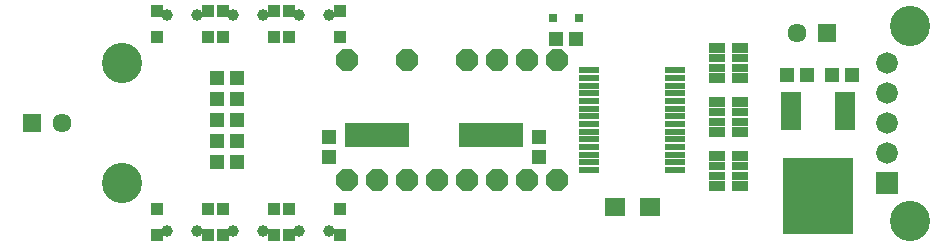
<source format=gts>
G75*
G70*
%OFA0B0*%
%FSLAX24Y24*%
%IPPOS*%
%LPD*%
%AMOC8*
5,1,8,0,0,1.08239X$1,22.5*
%
%ADD10C,0.1340*%
%ADD11R,0.0635X0.0635*%
%ADD12C,0.0635*%
%ADD13R,0.0513X0.0474*%
%ADD14R,0.0671X0.0237*%
%ADD15R,0.2180X0.0840*%
%ADD16R,0.0474X0.0513*%
%ADD17R,0.0710X0.0631*%
%ADD18R,0.0720X0.0720*%
%ADD19C,0.0720*%
%ADD20R,0.0533X0.0253*%
%ADD21R,0.0533X0.0328*%
%ADD22OC8,0.0714*%
%ADD23R,0.2363X0.2521*%
%ADD24R,0.0710X0.1261*%
%ADD25R,0.0316X0.0316*%
%ADD26C,0.0395*%
%ADD27R,0.0395X0.0395*%
D10*
X004161Y002282D03*
X004161Y006282D03*
X030411Y007532D03*
X030411Y001032D03*
D11*
X027661Y007282D03*
X001161Y004282D03*
D12*
X002161Y004282D03*
X026661Y007282D03*
D13*
X026327Y005882D03*
X026996Y005882D03*
X027827Y005882D03*
X028496Y005882D03*
D14*
X022588Y005790D03*
X022588Y006046D03*
X022588Y005534D03*
X022588Y005278D03*
X022588Y005022D03*
X022588Y004766D03*
X022588Y004510D03*
X022588Y004254D03*
X022588Y003998D03*
X022588Y003742D03*
X022588Y003487D03*
X022588Y003231D03*
X022588Y002975D03*
X022588Y002719D03*
X019734Y002719D03*
X019734Y002975D03*
X019734Y003231D03*
X019734Y003487D03*
X019734Y003742D03*
X019734Y003998D03*
X019734Y004254D03*
X019734Y004510D03*
X019734Y004766D03*
X019734Y005022D03*
X019734Y005278D03*
X019734Y005534D03*
X019734Y005790D03*
X019734Y006046D03*
D15*
X016461Y003882D03*
X012661Y003882D03*
D16*
X011061Y003817D03*
X011061Y003148D03*
X007996Y002982D03*
X007327Y002982D03*
X007327Y003682D03*
X007996Y003682D03*
X007996Y004382D03*
X007327Y004382D03*
X007327Y005082D03*
X007996Y005082D03*
X007996Y005782D03*
X007327Y005782D03*
X018061Y003817D03*
X018061Y003148D03*
X018627Y007082D03*
X019296Y007082D03*
D17*
X020571Y001482D03*
X021752Y001482D03*
D18*
X029661Y002282D03*
D19*
X029661Y003282D03*
X029661Y004282D03*
X029661Y005282D03*
X029661Y006282D03*
D20*
X024745Y006125D03*
X023977Y006125D03*
X023977Y006440D03*
X024745Y006440D03*
X024745Y004640D03*
X023977Y004640D03*
X023977Y004325D03*
X024745Y004325D03*
X024745Y002840D03*
X023977Y002840D03*
X023977Y002525D03*
X024745Y002525D03*
D21*
X024745Y002172D03*
X023977Y002172D03*
X023977Y003192D03*
X024745Y003192D03*
X024745Y003972D03*
X023977Y003972D03*
X023977Y004992D03*
X024745Y004992D03*
X024745Y005772D03*
X023977Y005772D03*
X023977Y006792D03*
X024745Y006792D03*
D22*
X018661Y006382D03*
X017661Y006382D03*
X016661Y006382D03*
X015661Y006382D03*
X013661Y006382D03*
X011661Y006382D03*
X011661Y002382D03*
X012661Y002382D03*
X013661Y002382D03*
X014661Y002382D03*
X015661Y002382D03*
X016661Y002382D03*
X017661Y002382D03*
X018661Y002382D03*
D23*
X027361Y001845D03*
D24*
X026464Y004672D03*
X028259Y004672D03*
D25*
X019394Y007782D03*
X018528Y007782D03*
D26*
X011053Y007877D03*
X011053Y007877D03*
X010069Y007877D03*
X010069Y007877D03*
X008853Y007877D03*
X008853Y007877D03*
X007869Y007877D03*
X007869Y007877D03*
X006653Y007877D03*
X006653Y007877D03*
X005669Y007877D03*
X005669Y007877D03*
X005669Y000687D03*
X005669Y000687D03*
X006653Y000687D03*
X006653Y000687D03*
X007869Y000687D03*
X007869Y000687D03*
X008853Y000687D03*
X008853Y000687D03*
X010069Y000687D03*
X010069Y000687D03*
X011053Y000687D03*
X011053Y000687D03*
D27*
X005313Y000549D03*
X007009Y000549D03*
X007513Y000549D03*
X009209Y000549D03*
X009713Y000549D03*
X011409Y000549D03*
X011409Y001415D03*
X009713Y001415D03*
X009209Y001415D03*
X007513Y001415D03*
X007009Y001415D03*
X005313Y001415D03*
X005313Y007149D03*
X007009Y007149D03*
X007513Y007149D03*
X009209Y007149D03*
X009713Y007149D03*
X011409Y007149D03*
X011409Y008015D03*
X009713Y008015D03*
X009209Y008015D03*
X007513Y008015D03*
X007009Y008015D03*
X005313Y008015D03*
M02*

</source>
